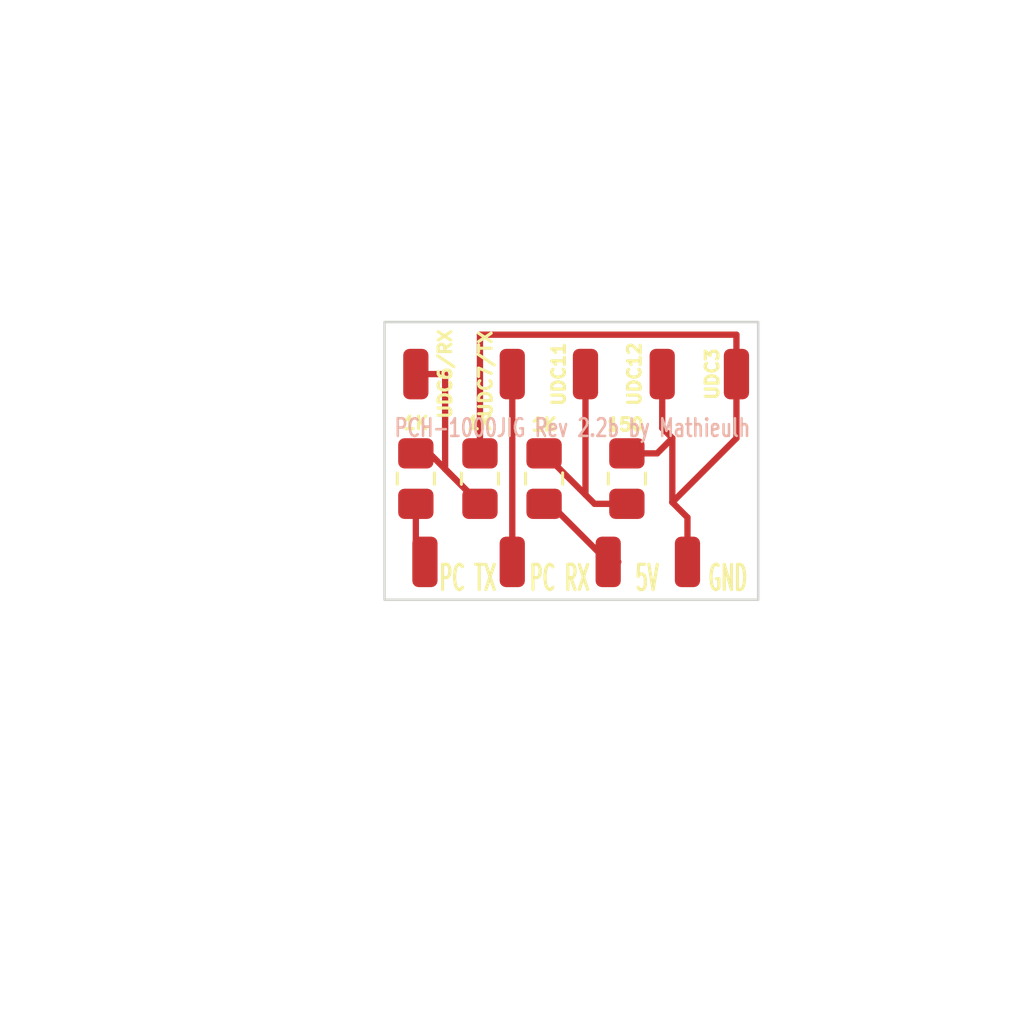
<source format=kicad_pcb>
(kicad_pcb (version 20221018) (generator pcbnew)
  (layers (0 "F.Cu" signal) (31 "B.Cu" signal) (34 "B.Paste" user) (35 "F.Paste" user) (36 "B.SilkS" user "B.Silkscreen") (37 "F.SilkS" user "F.Silkscreen") (38 "B.Mask" user) (39 "F.Mask" user) (44 "Edge.Cuts" user))
  (net 0 "")
  (footprint "Connector_Wire:SolderWirePad_1x01_SMD_1x2mm" (layer "F.Cu") (at 50.4 35.56)
    (fp_text reference "UDC12" (at -1.1 0 90) (layer "F.SilkS") (effects (font (size 0.5 0.5))))
    (fp_text value "SolderWirePad_1x01_SMD_1x2mm")
    (pad "1" smd roundrect (at 0 0) (size 1 2) (layers "F.Cu" "F.Paste" "F.Mask"))
  )
  (footprint "Resistor_SMD:R_0805_2012Metric_Pad1.20x1.40mm_HandSolder" (layer "F.Cu") (at 45.72 39.7 90)
    (fp_text reference "1K" (at 2.14 0) (layer "F.SilkS") (effects (font (size 0.5 0.5))))
    (fp_text value "R_0805_2012Metric_Pad1.20x1.40mm_HandSolder")
    (fp_line (start -0.227064 -0.735) (end 0.227064 -0.735) (stroke (width 0.12)) (layer "F.SilkS"))
    (fp_line (start -0.227064 0.735) (end 0.227064 0.735) (stroke (width 0.12)) (layer "F.SilkS"))
    (pad "1" smd roundrect (at -1 0 90) (size 1.2 1.4) (layers "F.Cu" "F.Paste" "F.Mask") (roundrect_rratio 0.2083333333))
    (pad "2" smd roundrect (at 1 0 90) (size 1.2 1.4) (layers "F.Cu" "F.Paste" "F.Mask") (roundrect_rratio 0.2083333333))
  )
  (footprint "Resistor_SMD:R_0805_2012Metric_Pad1.20x1.40mm_HandSolder" (layer "F.Cu") (at 40.64 39.7 90)
    (fp_text reference "1K" (at 2.2 2.54 180) (layer "F.SilkS") (effects (font (size 0.5 0.5))))
    (fp_text value "R_0805_2012Metric_Pad1.20x1.40mm_HandSolder")
    (fp_line (start -0.227064 -0.735) (end 0.227064 -0.735) (stroke (width 0.12)) (layer "F.SilkS"))
    (fp_line (start -0.227064 0.735) (end 0.227064 0.735) (stroke (width 0.12)) (layer "F.SilkS"))
    (pad "1" smd roundrect (at -1 0 90) (size 1.2 1.4) (layers "F.Cu" "F.Paste" "F.Mask") (roundrect_rratio 0.2083333333))
    (pad "2" smd roundrect (at 1 0 90) (size 1.2 1.4) (layers "F.Cu" "F.Paste" "F.Mask") (roundrect_rratio 0.2083333333))
  )
  (footprint "Resistor_SMD:R_0805_2012Metric_Pad1.20x1.40mm_HandSolder" (layer "F.Cu") (at 49 39.7 90)
    (fp_text reference "150" (at 2.14 -0.06) (layer "F.SilkS") (effects (font (size 0.5 0.5))))
    (fp_text value "R_0805_2012Metric_Pad1.20x1.40mm_HandSolder")
    (fp_line (start -0.227064 -0.735) (end 0.227064 -0.735) (stroke (width 0.12)) (layer "F.SilkS"))
    (fp_line (start -0.227064 0.735) (end 0.227064 0.735) (stroke (width 0.12)) (layer "F.SilkS"))
    (pad "1" smd roundrect (at -1 0 90) (size 1.2 1.4) (layers "F.Cu" "F.Paste" "F.Mask") (roundrect_rratio 0.2083333333))
    (pad "2" smd roundrect (at 1 0 90) (size 1.2 1.4) (layers "F.Cu" "F.Paste" "F.Mask") (roundrect_rratio 0.2083333333))
  )
  (footprint "Connector_Wire:SolderWirePad_1x01_SMD_1x2mm" (layer "F.Cu") (at 47.36 35.56)
    (fp_text reference "UDC11" (at -1.06 0 90) (layer "F.SilkS") (effects (font (size 0.5 0.5))))
    (fp_text value "SolderWirePad_1x01_SMD_1x2mm")
    (pad "1" smd roundrect (at 0 0) (size 1 2) (layers "F.Cu" "F.Paste" "F.Mask"))
  )
  (footprint "Resistor_SMD:R_0805_2012Metric_Pad1.20x1.40mm_HandSolder" (layer "F.Cu") (at 43.18 39.7 90)
    (fp_text reference "1K" (at 2.2 -2.54) (layer "F.SilkS") (effects (font (size 0.5 0.5))))
    (fp_text value "R_0805_2012Metric_Pad1.20x1.40mm_HandSolder")
    (fp_line (start -0.227064 -0.735) (end 0.227064 -0.735) (stroke (width 0.12)) (layer "F.SilkS"))
    (fp_line (start -0.227064 0.735) (end 0.227064 0.735) (stroke (width 0.12)) (layer "F.SilkS"))
    (pad "1" smd roundrect (at -1 0 90) (size 1.2 1.4) (layers "F.Cu" "F.Paste" "F.Mask") (roundrect_rratio 0.2083333333))
    (pad "2" smd roundrect (at 1 0 90) (size 1.2 1.4) (layers "F.Cu" "F.Paste" "F.Mask") (roundrect_rratio 0.2083333333))
  )
  (footprint "Connector_Wire:SolderWirePad_1x01_SMD_1x2mm" (layer "F.Cu") (at 48.26 43)
    (fp_text reference "5V" (at 1.54 0.64) (layer "F.SilkS") (effects (font (size 1 0.5))))
    (fp_text value "SolderWirePad_1x01_SMD_1x2mm")
    (pad "1" smd roundrect (at 0 0) (size 1 2) (layers "F.Cu" "F.Paste" "F.Mask"))
  )
  (footprint "Connector_Wire:SolderWirePad_1x01_SMD_1x2mm" (layer "F.Cu") (at 44.46 35.56)
    (fp_text reference "UDC7/TX" (at -1.06 0 90) (layer "F.SilkS") (effects (font (size 0.5 0.5))))
    (fp_text value "SolderWirePad_1x01_SMD_1x2mm")
    (pad "1" smd roundrect (at 0 0) (size 1 2) (layers "F.Cu" "F.Paste" "F.Mask"))
  )
  (footprint "Connector_Wire:SolderWirePad_1x01_SMD_1x2mm" (layer "F.Cu") (at 44.46 43)
    (fp_text reference "PC RX" (at 1.88 0.64) (layer "F.SilkS") (effects (font (size 1 0.5))))
    (fp_text value "SolderWirePad_1x01_SMD_1x2mm")
    (pad "1" smd roundrect (at 0 0) (size 1 2) (layers "F.Cu" "F.Paste" "F.Mask"))
  )
  (footprint "Connector_Wire:SolderWirePad_1x01_SMD_1x2mm" (layer "F.Cu") (at 51.4 43)
    (fp_text reference "GND" (at 1.6 0.64) (layer "F.SilkS") (effects (font (size 1 0.5))))
    (fp_text value "SolderWirePad_1x01_SMD_1x2mm")
    (pad "1" smd roundrect (at 0 0) (size 1 2) (layers "F.Cu" "F.Paste" "F.Mask"))
  )
  (footprint "Connector_Wire:SolderWirePad_1x01_SMD_1x2mm" (layer "F.Cu") (at 40.64 35.56)
    (fp_text reference "UDC6/RX" (at 1.16 0 90) (layer "F.SilkS") (effects (font (size 0.5 0.5))))
    (fp_text value "SolderWirePad_1x01_SMD_1x2mm")
    (pad "1" smd roundrect (at 0 0) (size 1 2) (layers "F.Cu" "F.Paste" "F.Mask"))
  )
  (footprint "Connector_Wire:SolderWirePad_1x01_SMD_1x2mm" (layer "F.Cu") (at 53.34 35.56)
    (fp_text reference "UDC3" (at -0.96 0 90) (layer "F.SilkS") (effects (font (size 0.5 0.5))))
    (fp_text value "SolderWirePad_1x01_SMD_1x2mm")
    (pad "1" smd roundrect (at 0 0) (size 1 2) (layers "F.Cu" "F.Paste" "F.Mask"))
  )
  (footprint "Connector_Wire:SolderWirePad_1x01_SMD_1x2mm" (layer "F.Cu") (at 41 43)
    (fp_text reference "PC TX" (at 1.7 0.64) (layer "F.SilkS") (effects (font (size 1 0.5))))
    (fp_text value "SolderWirePad_1x01_SMD_1x2mm")
    (pad "1" smd roundrect (at 0 0) (size 1 2) (layers "F.Cu" "F.Paste" "F.Mask"))
  )
  (gr_rect (start 39.4 33.5) (end 54.2 44.5) (stroke (width 0.1)) (fill none) (layer "Edge.Cuts"))
  (gr_text "PCH-1000JIG Rev 2.2b by Mathieulh" (at 39.74 38.1) (layer "B.SilkS") (effects (font (size 0.7 0.5) (thickness 0.1) bold) (justify left bottom)))
  (segment (start 51.4 43) (end 51.4 41.24) (width 0.25) (layer "F.Cu") (net 0))
  (segment (start 47.36 35.56) (end 47.36 40.34) (width 0.25) (layer "F.Cu") (net 0))
  (segment (start 49 40.7) (end 47.72 40.7) (width 0.25) (layer "F.Cu") (net 0))
  (segment (start 50.8 40.64) (end 53.34 38.1) (width 0.25) (layer "F.Cu") (net 0))
  (segment (start 40.64 40.7) (end 40.64 42.64) (width 0.25) (layer "F.Cu") (net 0))
  (segment (start 53.34 38.1) (end 53.34 35.56) (width 0.25) (layer "F.Cu") (net 0))
  (segment (start 40.64 38.7) (end 40.64 39.1) (width 0.25) (layer "F.Cu") (net 0))
  (segment (start 41 43.18) (end 40.64 43.18) (width 0) (layer "F.Cu") (net 0))
  (segment (start 41.8 35.56) (end 41.8 39.32) (width 0.25) (layer "F.Cu") (net 0))
  (segment (start 45.72 40.7) (end 45.96 40.7) (width 0) (layer "F.Cu") (net 0))
  (segment (start 50.8 38.1) (end 50.8 40.64) (width 0.25) (layer "F.Cu") (net 0))
  (segment (start 41 43) (end 40.46 43) (width 0) (layer "F.Cu") (net 0))
  (segment (start 40.64 42.64) (end 41 43) (width 0.25) (layer "F.Cu") (net 0))
  (segment (start 45.96 40.7) (end 48.26 43) (width 0.25) (layer "F.Cu") (net 0))
  (segment (start 50.4 37.7) (end 50.8 38.1) (width 0.25) (layer "F.Cu") (net 0))
  (segment (start 50.2 38.7) (end 50.8 38.1) (width 0.25) (layer "F.Cu") (net 0))
  (segment (start 41 40.86) (end 40.64 40.5) (width 0) (layer "F.Cu") (net 0))
  (segment (start 40.64 38.7) (end 41.18 38.7) (width 0.25) (layer "F.Cu") (net 0))
  (segment (start 41.8 39.32) (end 43.15 40.67) (width 0.25) (layer "F.Cu") (net 0))
  (segment (start 51.4 41.24) (end 50.8 40.64) (width 0.25) (layer "F.Cu") (net 0))
  (segment (start 40.64 35.56) (end 41.8 35.56) (width 0.25) (layer "F.Cu") (net 0))
  (segment (start 50.4 35.56) (end 50.4 37.7) (width 0.25) (layer "F.Cu") (net 0))
  (segment (start 53.34 34) (end 53.34 35.56) (width 0.25) (layer "F.Cu") (net 0))
  (segment (start 49 38.7) (end 50.2 38.7) (width 0.25) (layer "F.Cu") (net 0))
  (segment (start 48.48 43.18) (end 48.66 43) (width 0.25) (layer "F.Cu") (net 0))
  (segment (start 48.26 43) (end 48.26 42.64) (width 0) (layer "F.Cu") (net 0))
  (segment (start 47.72 40.7) (end 45.72 38.7) (width 0.25) (layer "F.Cu") (net 0))
  (segment (start 43.15 40.67) (end 43.18 40.7) (width 0.25) (layer "F.Cu") (net 0))
  (segment (start 43.18 34) (end 53.34 34) (width 0.25) (layer "F.Cu") (net 0))
  (segment (start 43.18 34) (end 43.18 38.7) (width 0.25) (layer "F.Cu") (net 0))
  (segment (start 41.18 38.7) (end 43.15 40.67) (width 0.25) (layer "F.Cu") (net 0))
  (segment (start 44.46 35.56) (end 44.46 43) (width 0.25) (layer "F.Cu") (net 0))
)
</source>
